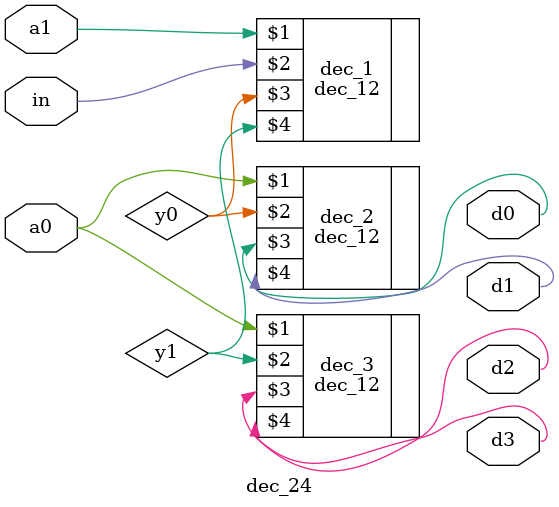
<source format=v>
`timescale 1ns / 1ps
module dec_24(a0,a1,in,d0,d1,d2,d3);
input a0,a1,in;
output d0,d1,d2,d3;
wire y0,y1;
dec_12 dec_1(a1,in,y0,y1);
dec_12 dec_2(a0,y0,d0,d1);
dec_12 dec_3(a0,y1,d2,d3);
endmodule

</source>
